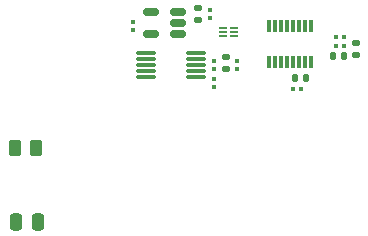
<source format=gbr>
%TF.GenerationSoftware,KiCad,Pcbnew,9.0.1*%
%TF.CreationDate,2025-06-23T13:00:01-04:00*%
%TF.ProjectId,Colossus_TI_rev_B,436f6c6f-7373-4757-935f-54495f726576,rev?*%
%TF.SameCoordinates,Original*%
%TF.FileFunction,Paste,Top*%
%TF.FilePolarity,Positive*%
%FSLAX46Y46*%
G04 Gerber Fmt 4.6, Leading zero omitted, Abs format (unit mm)*
G04 Created by KiCad (PCBNEW 9.0.1) date 2025-06-23 13:00:01*
%MOMM*%
%LPD*%
G01*
G04 APERTURE LIST*
G04 Aperture macros list*
%AMRoundRect*
0 Rectangle with rounded corners*
0 $1 Rounding radius*
0 $2 $3 $4 $5 $6 $7 $8 $9 X,Y pos of 4 corners*
0 Add a 4 corners polygon primitive as box body*
4,1,4,$2,$3,$4,$5,$6,$7,$8,$9,$2,$3,0*
0 Add four circle primitives for the rounded corners*
1,1,$1+$1,$2,$3*
1,1,$1+$1,$4,$5*
1,1,$1+$1,$6,$7*
1,1,$1+$1,$8,$9*
0 Add four rect primitives between the rounded corners*
20,1,$1+$1,$2,$3,$4,$5,0*
20,1,$1+$1,$4,$5,$6,$7,0*
20,1,$1+$1,$6,$7,$8,$9,0*
20,1,$1+$1,$8,$9,$2,$3,0*%
G04 Aperture macros list end*
%ADD10RoundRect,0.150000X0.512500X0.150000X-0.512500X0.150000X-0.512500X-0.150000X0.512500X-0.150000X0*%
%ADD11RoundRect,0.135000X-0.185000X0.135000X-0.185000X-0.135000X0.185000X-0.135000X0.185000X0.135000X0*%
%ADD12RoundRect,0.140000X-0.140000X-0.170000X0.140000X-0.170000X0.140000X0.170000X-0.140000X0.170000X0*%
%ADD13RoundRect,0.140000X-0.170000X0.140000X-0.170000X-0.140000X0.170000X-0.140000X0.170000X0.140000X0*%
%ADD14RoundRect,0.079500X-0.079500X-0.100500X0.079500X-0.100500X0.079500X0.100500X-0.079500X0.100500X0*%
%ADD15RoundRect,0.135000X0.185000X-0.135000X0.185000X0.135000X-0.185000X0.135000X-0.185000X-0.135000X0*%
%ADD16RoundRect,0.079500X-0.100500X0.079500X-0.100500X-0.079500X0.100500X-0.079500X0.100500X0.079500X0*%
%ADD17RoundRect,0.087500X0.725000X0.087500X-0.725000X0.087500X-0.725000X-0.087500X0.725000X-0.087500X0*%
%ADD18RoundRect,0.250000X-0.262500X-0.450000X0.262500X-0.450000X0.262500X0.450000X-0.262500X0.450000X0*%
%ADD19RoundRect,0.079500X0.100500X-0.079500X0.100500X0.079500X-0.100500X0.079500X-0.100500X-0.079500X0*%
%ADD20RoundRect,0.250000X-0.250000X-0.475000X0.250000X-0.475000X0.250000X0.475000X-0.250000X0.475000X0*%
%ADD21R,0.770000X0.190000*%
%ADD22R,0.304800X0.977900*%
G04 APERTURE END LIST*
D10*
%TO.C,U3*%
X94250000Y-66050000D03*
X94250000Y-65100000D03*
X94250000Y-64150000D03*
X91975000Y-64150000D03*
X91975000Y-66050000D03*
%TD*%
D11*
%TO.C,R4*%
X96000000Y-63835000D03*
X96000000Y-64855000D03*
%TD*%
D12*
%TO.C,C8*%
X107390000Y-67920000D03*
X108350000Y-67920000D03*
%TD*%
D13*
%TO.C,C6*%
X98310000Y-68000000D03*
X98310000Y-68960000D03*
%TD*%
D12*
%TO.C,C1*%
X104140000Y-69780000D03*
X105100000Y-69780000D03*
%TD*%
D14*
%TO.C,C2*%
X104665000Y-70700000D03*
X103975000Y-70700000D03*
%TD*%
%TO.C,R2*%
X108315000Y-67050000D03*
X107625000Y-67050000D03*
%TD*%
D15*
%TO.C,TH1*%
X109320000Y-66760000D03*
X109320000Y-67780000D03*
%TD*%
D16*
%TO.C,C5*%
X99300000Y-69025000D03*
X99300000Y-68335000D03*
%TD*%
%TO.C,C9*%
X97000000Y-64690000D03*
X97000000Y-64000000D03*
%TD*%
D14*
%TO.C,R1*%
X108315000Y-66275000D03*
X107625000Y-66275000D03*
%TD*%
D17*
%TO.C,U2*%
X91525000Y-69650000D03*
X91525000Y-69150000D03*
X91525000Y-68650000D03*
X91525000Y-68150000D03*
X91525000Y-67650000D03*
X95750000Y-67650000D03*
X95750000Y-68150000D03*
X95750000Y-68650000D03*
X95750000Y-69150000D03*
X95750000Y-69650000D03*
%TD*%
D18*
%TO.C,R7*%
X82275000Y-75675000D03*
X80450000Y-75675000D03*
%TD*%
D19*
%TO.C,C7*%
X97300000Y-68335000D03*
X97300000Y-69025000D03*
%TD*%
D20*
%TO.C,C10*%
X82425000Y-81925000D03*
X80525000Y-81925000D03*
%TD*%
D21*
%TO.C,U4*%
X98080000Y-66200000D03*
X98080000Y-65850000D03*
X98080000Y-65500000D03*
X99000000Y-65500000D03*
X99000000Y-65850000D03*
X99000000Y-66200000D03*
%TD*%
D19*
%TO.C,C4*%
X97300000Y-69825000D03*
X97300000Y-70515000D03*
%TD*%
%TO.C,R3*%
X90475000Y-64985000D03*
X90475000Y-65675000D03*
%TD*%
D22*
%TO.C,U1*%
X101999622Y-65312300D03*
X102499748Y-65312300D03*
X102999874Y-65312300D03*
X103500000Y-65312300D03*
X104000126Y-65312300D03*
X104500252Y-65312300D03*
X105000378Y-65312300D03*
X105500504Y-65312300D03*
X105500504Y-68398400D03*
X105000378Y-68398400D03*
X104500252Y-68398400D03*
X104000126Y-68398400D03*
X103500000Y-68398400D03*
X102999874Y-68398400D03*
X102499748Y-68398400D03*
X101999622Y-68398400D03*
%TD*%
M02*

</source>
